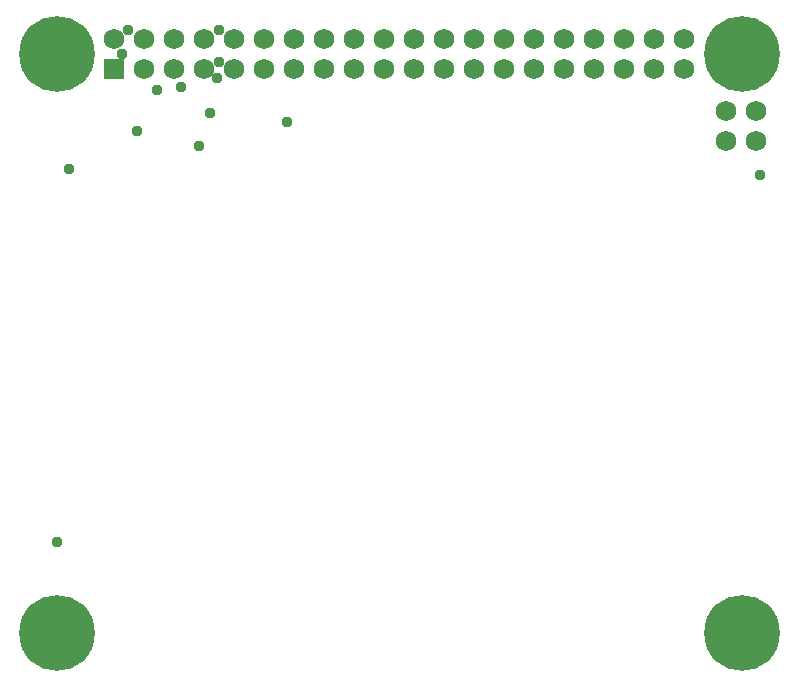
<source format=gbr>
G04 EAGLE Gerber RS-274X export*
G75*
%MOMM*%
%FSLAX34Y34*%
%LPD*%
%INSoldermask Bottom*%
%IPPOS*%
%AMOC8*
5,1,8,0,0,1.08239X$1,22.5*%
G01*
G04 Define Apertures*
%ADD10C,6.403200*%
%ADD11R,1.727200X1.727200*%
%ADD12C,1.727200*%
%ADD13C,0.959600*%
D10*
X42500Y42500D03*
X622500Y42500D03*
X622500Y532500D03*
X42500Y532500D03*
D11*
X91200Y519800D03*
D12*
X116600Y519800D03*
X142000Y519800D03*
X167400Y519800D03*
X192800Y519800D03*
X218200Y519800D03*
X91200Y545200D03*
X116600Y545200D03*
X142000Y545200D03*
X167400Y545200D03*
X192800Y545200D03*
X218200Y545200D03*
X243600Y519800D03*
X243600Y545200D03*
X269000Y519800D03*
X294400Y519800D03*
X319800Y519800D03*
X345200Y519800D03*
X370600Y519800D03*
X396000Y519800D03*
X269000Y545200D03*
X294400Y545200D03*
X319800Y545200D03*
X345200Y545200D03*
X370600Y545200D03*
X396000Y545200D03*
X421400Y519800D03*
X421400Y545200D03*
X446800Y519800D03*
X472200Y519800D03*
X497600Y519800D03*
X523000Y519800D03*
X548400Y519800D03*
X573800Y519800D03*
X446800Y545200D03*
X472200Y545200D03*
X497600Y545200D03*
X523000Y545200D03*
X548400Y545200D03*
X573800Y545200D03*
X609400Y458570D03*
X634800Y458570D03*
X609400Y483970D03*
X634800Y483970D03*
D13*
X110000Y467500D03*
X172500Y482500D03*
X147500Y505000D03*
X127500Y502500D03*
X97500Y532726D03*
X102500Y552500D03*
X180000Y552500D03*
X237500Y475000D03*
X637500Y430000D03*
X52500Y435000D03*
X177940Y512060D03*
X180100Y525380D03*
X42500Y119704D03*
X163116Y455000D03*
M02*

</source>
